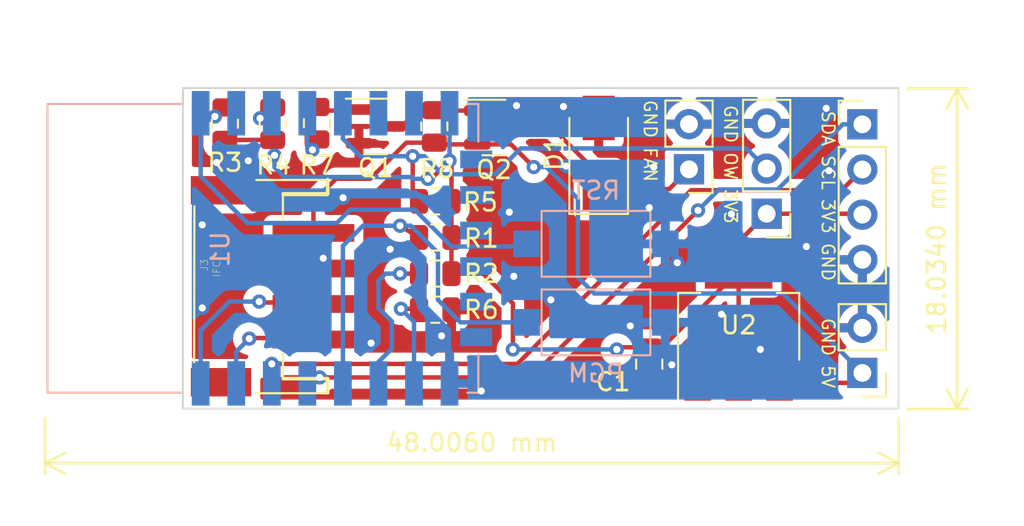
<source format=kicad_pcb>
(kicad_pcb (version 20211014) (generator pcbnew)
  (layers (0 "F.Cu" signal) (31 "B.Cu" signal) (34 "B.Paste" user) (35 "F.Paste" user) (36 "B.SilkS" user "B.Silkscreen") (37 "F.SilkS" user "F.Silkscreen") (38 "B.Mask" user) (39 "F.Mask" user) (44 "Edge.Cuts" user))
  (net 0 "")
  (net 1 "/3V3")
  (net 2 "GND")
  (net 3 "/FAN+")
  (net 4 "/5V")
  (net 5 "/ONEWIRE")
  (net 6 "/SDA")
  (net 7 "/SCL")
  (net 8 "Net-(Q1-Pad1)")
  (net 9 "Net-(Q1-Pad3)")
  (net 10 "/BTN")
  (net 11 "/GPIO2")
  (net 12 "/RST")
  (net 13 "/EN")
  (net 14 "/GPIO15")
  (net 15 "/FAN")
  (net 25 "/TX")
  (net 26 "/RX")
  (footprint "Resistor_SMD:R_0805_2012Metric" (layer "F.Cu") (at 55.3212 45.8216 -90)
    (fp_text reference "R3" (at 2.1844 0 180) (layer "F.SilkS"))
    (fp_text value "10k")
    (fp_line (start -0.227064 0.735) (end 0.227064 0.735) (layer "F.SilkS") (width 0.12))
    (fp_line (start -0.227064 -0.735) (end 0.227064 -0.735) (layer "F.SilkS") (width 0.12))
    (pad "1" smd roundrect (at -0.9125 0 270) (size 1.025 1.4) (layers "F.Cu" "F.Paste" "F.Mask") (roundrect_rratio 0.243902439) (net 12 "/RST"))
    (pad "2" smd roundrect (at 0.9125 0 270) (size 1.025 1.4) (layers "F.Cu" "F.Paste" "F.Mask") (roundrect_rratio 0.243902439) (net 1 "/3V3"))
  )
  (footprint "Resistor_SMD:R_0805_2012Metric" (layer "F.Cu") (at 58.0136 45.8216 -90)
    (fp_text reference "R4" (at 2.3368 -0.0508 180) (layer "F.SilkS"))
    (fp_text value "10k")
    (fp_line (start -0.227064 -0.735) (end 0.227064 -0.735) (layer "F.SilkS") (width 0.12))
    (fp_line (start -0.227064 0.735) (end 0.227064 0.735) (layer "F.SilkS") (width 0.12))
    (pad "1" smd roundrect (at -0.9125 0 270) (size 1.025 1.4) (layers "F.Cu" "F.Paste" "F.Mask") (roundrect_rratio 0.243902439) (net 13 "/EN"))
    (pad "2" smd roundrect (at 0.9125 0 270) (size 1.025 1.4) (layers "F.Cu" "F.Paste" "F.Mask") (roundrect_rratio 0.243902439) (net 1 "/3V3"))
  )
  (footprint "Connector_PinHeader_2.54mm:PinHeader_1x02_P2.54mm_Vertical" (layer "F.Cu") (at 81.4324 48.387 180)
    (fp_text reference "J2" hide)
    (fp_text value "FAN")
    (fp_line (start -1.33 1.27) (end -1.33 3.87) (layer "F.SilkS") (width 0.12))
    (fp_line (start -1.33 3.87) (end 1.33 3.87) (layer "F.SilkS") (width 0.12))
    (fp_line (start -1.33 -1.33) (end 0 -1.33) (layer "F.SilkS") (width 0.12))
    (fp_line (start -1.33 0) (end -1.33 -1.33) (layer "F.SilkS") (width 0.12))
    (fp_line (start -1.33 1.27) (end 1.33 1.27) (layer "F.SilkS") (width 0.12))
    (fp_line (start 1.33 1.27) (end 1.33 3.87) (layer "F.SilkS") (width 0.12))
    (pad "1" thru_hole rect (at 0 0 180) (size 1.7 1.7) (drill 1) (layers *.Cu *.Mask) (net 3 "/FAN+"))
    (pad "2" thru_hole oval (at 0 2.54 180) (size 1.7 1.7) (drill 1) (layers *.Cu *.Mask) (net 2 "GND"))
  )
  (footprint "Resistor_SMD:R_0805_2012Metric" (layer "F.Cu") (at 67.1595 52.2224)
    (fp_text reference "R1" (at 2.5889 0.0508) (layer "F.SilkS"))
    (fp_text value "10k")
    (fp_line (start -0.227064 -0.735) (end 0.227064 -0.735) (layer "F.SilkS") (width 0.12))
    (fp_line (start -0.227064 0.735) (end 0.227064 0.735) (layer "F.SilkS") (width 0.12))
    (pad "1" smd roundrect (at -0.9125 0) (size 1.025 1.4) (layers "F.Cu" "F.Paste" "F.Mask") (roundrect_rratio 0.243902439) (net 10 "/BTN"))
    (pad "2" smd roundrect (at 0.9125 0) (size 1.025 1.4) (layers "F.Cu" "F.Paste" "F.Mask") (roundrect_rratio 0.243902439) (net 1 "/3V3"))
  )
  (footprint "Resistor_SMD:R_0805_2012Metric" (layer "F.Cu") (at 67.1576 54.2544)
    (fp_text reference "R2" (at 2.5908 0) (layer "F.SilkS"))
    (fp_text value "10k")
    (fp_line (start -0.227064 0.735) (end 0.227064 0.735) (layer "F.SilkS") (width 0.12))
    (fp_line (start -0.227064 -0.735) (end 0.227064 -0.735) (layer "F.SilkS") (width 0.12))
    (pad "1" smd roundrect (at -0.9125 0) (size 1.025 1.4) (layers "F.Cu" "F.Paste" "F.Mask") (roundrect_rratio 0.243902439) (net 11 "/GPIO2"))
    (pad "2" smd roundrect (at 0.9125 0) (size 1.025 1.4) (layers "F.Cu" "F.Paste" "F.Mask") (roundrect_rratio 0.243902439) (net 1 "/3V3"))
  )
  (footprint "Resistor_SMD:R_0805_2012Metric" (layer "F.Cu") (at 67.1595 50.1904)
    (fp_text reference "R5" (at 2.5381 0.0508) (layer "F.SilkS"))
    (fp_text value "4k7")
    (fp_line (start -0.227064 -0.735) (end 0.227064 -0.735) (layer "F.SilkS") (width 0.12))
    (fp_line (start -0.227064 0.735) (end 0.227064 0.735) (layer "F.SilkS") (width 0.12))
    (pad "1" smd roundrect (at -0.9125 0) (size 1.025 1.4) (layers "F.Cu" "F.Paste" "F.Mask") (roundrect_rratio 0.243902439) (net 5 "/ONEWIRE"))
    (pad "2" smd roundrect (at 0.9125 0) (size 1.025 1.4) (layers "F.Cu" "F.Paste" "F.Mask") (roundrect_rratio 0.243902439) (net 1 "/3V3"))
  )
  (footprint "Resistor_SMD:R_0805_2012Metric" (layer "F.Cu") (at 60.5028 45.7943 -90)
    (fp_text reference "R7" (at 2.3641 0 180) (layer "F.SilkS"))
    (fp_text value "10k")
    (fp_line (start -0.227064 -0.735) (end 0.227064 -0.735) (layer "F.SilkS") (width 0.12))
    (fp_line (start -0.227064 0.735) (end 0.227064 0.735) (layer "F.SilkS") (width 0.12))
    (pad "1" smd roundrect (at -0.9125 0 270) (size 1.025 1.4) (layers "F.Cu" "F.Paste" "F.Mask") (roundrect_rratio 0.243902439) (net 8 "Net-(Q1-Pad1)"))
    (pad "2" smd roundrect (at 0.9125 0 270) (size 1.025 1.4) (layers "F.Cu" "F.Paste" "F.Mask") (roundrect_rratio 0.243902439) (net 15 "/FAN"))
  )
  (footprint "Diode_SMD:D_SMA" (layer "F.Cu") (at 76.3524 47.498 90)
    (fp_text reference "D1" (at 0 -2.5 90) (layer "F.SilkS"))
    (fp_text value "1N5819")
    (fp_line (start -3.4 1.65) (end 2 1.65) (layer "F.SilkS") (width 0.12))
    (fp_line (start -3.4 -1.65) (end 2 -1.65) (layer "F.SilkS") (width 0.12))
    (fp_line (start -3.4 -1.65) (end -3.4 1.65) (layer "F.SilkS") (width 0.12))
    (pad "1" smd rect (at -2 0 90) (size 2.5 1.8) (layers "F.Cu" "F.Paste" "F.Mask") (net 3 "/FAN+"))
    (pad "2" smd rect (at 2 0 90) (size 2.5 1.8) (layers "F.Cu" "F.Paste" "F.Mask") (net 2 "GND"))
  )
  (footprint "Package_TO_SOT_SMD:SOT-23" (layer "F.Cu") (at 70.4573 46.035)
    (fp_text reference "Q2" (at 0.0023 2.3774 180) (layer "F.SilkS"))
    (fp_text value "AO3401A")
    (fp_line (start 0 -1.56) (end -1.675 -1.56) (layer "F.SilkS") (width 0.12))
    (fp_line (start 0 1.56) (end -0.65 1.56) (layer "F.SilkS") (width 0.12))
    (fp_line (start 0 1.56) (end 0.65 1.56) (layer "F.SilkS") (width 0.12))
    (fp_line (start 0 -1.56) (end 0.65 -1.56) (layer "F.SilkS") (width 0.12))
    (pad "1" smd roundrect (at -0.9375 -0.95) (size 1.475 0.6) (layers "F.Cu" "F.Paste" "F.Mask") (net 9 "Net-(Q1-Pad3)"))
    (pad "2" smd roundrect (at -0.9375 0.95) (size 1.475 0.6) (layers "F.Cu" "F.Paste" "F.Mask") (net 4 "/5V"))
    (pad "3" smd roundrect (at 0.9375 0) (size 1.475 0.6) (layers "F.Cu" "F.Paste" "F.Mask") (net 3 "/FAN+"))
  )
  (footprint "Connector_PinHeader_2.54mm:PinHeader_1x02_P2.54mm_Vertical" (layer "F.Cu") (at 91.186 59.8424 180)
    (fp_text reference "J5" hide)
    (fp_text value "5V")
    (fp_line (start -1.33 0) (end -1.33 -1.33) (layer "F.SilkS") (width 0.12))
    (fp_line (start -1.33 1.27) (end 1.33 1.27) (layer "F.SilkS") (width 0.12))
    (fp_line (start -1.33 -1.33) (end 0 -1.33) (layer "F.SilkS") (width 0.12))
    (fp_line (start -1.33 3.87) (end 1.33 3.87) (layer "F.SilkS") (width 0.12))
    (fp_line (start -1.33 1.27) (end -1.33 3.87) (layer "F.SilkS") (width 0.12))
    (fp_line (start 1.33 1.27) (end 1.33 3.87) (layer "F.SilkS") (width 0.12))
    (pad "1" thru_hole rect (at 0 0 180) (size 1.7 1.7) (drill 1) (layers *.Cu *.Mask) (net 4 "/5V"))
    (pad "2" thru_hole oval (at 0 2.54 180) (size 1.7 1.7) (drill 1) (layers *.Cu *.Mask) (net 2 "GND"))
  )
  (footprint "Resistor_SMD:R_0805_2012Metric" (layer "F.Cu") (at 67.1068 45.974 -90)
    (fp_text reference "R8" (at 2.3876 -0.1524 180) (layer "F.SilkS"))
    (fp_text value "10k")
    (fp_line (start -0.227064 0.735) (end 0.227064 0.735) (layer "F.SilkS") (width 0.12))
    (fp_line (start -0.227064 -0.735) (end 0.227064 -0.735) (layer "F.SilkS") (width 0.12))
    (pad "1" smd roundrect (at -0.9125 0 270) (size 1.025 1.4) (layers "F.Cu" "F.Paste" "F.Mask") (roundrect_rratio 0.243902439) (net 9 "Net-(Q1-Pad3)"))
    (pad "2" smd roundrect (at 0.9125 0 270) (size 1.025 1.4) (layers "F.Cu" "F.Paste" "F.Mask") (roundrect_rratio 0.243902439) (net 4 "/5V"))
  )
  (footprint "Connector_PinHeader_2.54mm:PinHeader_1x03_P2.54mm_Vertical" (layer "F.Cu") (at 85.8012 50.8866 180)
    (fp_text reference "J4" hide)
    (fp_text value "O-Wire")
    (fp_line (start -1.33 0) (end -1.33 -1.33) (layer "F.SilkS") (width 0.12))
    (fp_line (start 1.33 1.27) (end 1.33 6.41) (layer "F.SilkS") (width 0.12))
    (fp_line (start -1.33 1.27) (end -1.33 6.41) (layer "F.SilkS") (width 0.12))
    (fp_line (start -1.33 -1.33) (end 0 -1.33) (layer "F.SilkS") (width 0.12))
    (fp_line (start -1.33 1.27) (end 1.33 1.27) (layer "F.SilkS") (width 0.12))
    (fp_line (start -1.33 6.41) (end 1.33 6.41) (layer "F.SilkS") (width 0.12))
    (pad "1" thru_hole rect (at 0 0 180) (size 1.7 1.7) (drill 1) (layers *.Cu *.Mask) (net 1 "/3V3"))
    (pad "2" thru_hole oval (at 0 2.54 180) (size 1.7 1.7) (drill 1) (layers *.Cu *.Mask) (net 5 "/ONEWIRE"))
    (pad "3" thru_hole oval (at 0 5.08 180) (size 1.7 1.7) (drill 1) (layers *.Cu *.Mask) (net 2 "GND"))
  )
  (footprint "Connector_PinHeader_2.54mm:PinHeader_1x04_P2.54mm_Vertical" (layer "F.Cu") (at 91.186 45.857)
    (fp_text reference "J1" hide)
    (fp_text value "DSP")
    (fp_line (start -1.33 1.27) (end 1.33 1.27) (layer "F.SilkS") (width 0.12))
    (fp_line (start -1.33 1.27) (end -1.33 8.95) (layer "F.SilkS") (width 0.12))
    (fp_line (start -1.33 8.95) (end 1.33 8.95) (layer "F.SilkS") (width 0.12))
    (fp_line (start -1.33 -1.33) (end 0 -1.33) (layer "F.SilkS") (width 0.12))
    (fp_line (start -1.33 0) (end -1.33 -1.33) (layer "F.SilkS") (width 0.12))
    (fp_line (start 1.33 1.27) (end 1.33 8.95) (layer "F.SilkS") (width 0.12))
    (pad "1" thru_hole rect (at 0 0) (size 1.7 1.7) (drill 1) (layers *.Cu *.Mask) (net 6 "/SDA"))
    (pad "2" thru_hole oval (at 0 2.54) (size 1.7 1.7) (drill 1) (layers *.Cu *.Mask) (net 7 "/SCL"))
    (pad "3" thru_hole oval (at 0 5.08) (size 1.7 1.7) (drill 1) (layers *.Cu *.Mask) (net 1 "/3V3"))
    (pad "4" thru_hole oval (at 0 7.62) (size 1.7 1.7) (drill 1) (layers *.Cu *.Mask) (net 2 "GND"))
  )
  (footprint "Package_TO_SOT_SMD:SOT-23" (layer "F.Cu") (at 63.8048 45.974)
    (fp_text reference "Q1" (at 0 2.3368 180) (layer "F.SilkS"))
    (fp_text value "BC847")
    (fp_line (start 0 -1.56) (end 0.65 -1.56) (layer "F.SilkS") (width 0.12))
    (fp_line (start 0 1.56) (end 0.65 1.56) (layer "F.SilkS") (width 0.12))
    (fp_line (start 0 1.56) (end -0.65 1.56) (layer "F.SilkS") (width 0.12))
    (fp_line (start 0 -1.56) (end -1.675 -1.56) (layer "F.SilkS") (width 0.12))
    (pad "1" smd roundrect (at -0.9375 -0.95) (size 1.475 0.6) (layers "F.Cu" "F.Paste" "F.Mask") (net 8 "Net-(Q1-Pad1)"))
    (pad "2" smd roundrect (at -0.9375 0.95) (size 1.475 0.6) (layers "F.Cu" "F.Paste" "F.Mask") (net 2 "GND"))
    (pad "3" smd roundrect (at 0.9375 0) (size 1.475 0.6) (layers "F.Cu" "F.Paste" "F.Mask") (net 9 "Net-(Q1-Pad3)"))
  )
  (footprint "kicad_parts:JSTPH4" (layer "F.Cu") (at 57.6072 54.9656 90)
    (fp_text reference "J3" (at 1.1844 -3.4417 90) (layer "F.SilkS") (effects (font (size 0.4064 0.4064) (thickness 0.0254))))
    (fp_text value "IFC" (at 0.9812 -2.7432 90) (layer "F.SilkS") (effects (font (size 0.4064 0.4064) (thickness 0.0254))))
    (fp_line (start -6.01904 -0.51562) (end -6.01904 3.4798) (layer "F.SilkS") (width 0.127))
    (fp_line (start -5.16814 0.98044) (end -3.74828 0.98044) (layer "F.SilkS") (width 0.127))
    (fp_line (start 5.9784 3.4798) (end 5.9784 -0.51562) (layer "F.SilkS") (width 0.127))
    (fp_line (start -6.01904 3.4798) (end -5.16814 3.4798) (layer "F.SilkS") (width 0.127))
    (fp_line (start 5.19862 3.49758) (end 5.19862 0.99822) (layer "F.SilkS") (width 0.2032))
    (fp_line (start -5.19862 0.99822) (end -5.19862 3.49758) (layer "F.SilkS") (width 0.2032))
    (fp_line (start 5.99872 3.49758) (end 5.19862 3.49758) (layer "F.SilkS") (width 0.2032))
    (fp_line (start 5.1275 3.4798) (end 5.9784 3.4798) (layer "F.SilkS") (width 0.127))
    (fp_line (start 4.5 -4) (end -4.26898 -4.01574) (layer "F.SilkS") (width 0.127))
    (fp_line (start 5.1275 0.98044) (end 5.1275 3.4798) (layer "F.SilkS") (width 0.127))
    (fp_line (start -5.16814 3.4798) (end -5.16814 0.98044) (layer "F.SilkS") (width 0.127))
    (fp_line (start 3.72796 0.98044) (end 5.1275 0.98044) (layer "F.SilkS") (width 0.127))
    (fp_line (start -5.19862 3.49758) (end -5.99872 3.49758) (layer "F.SilkS") (width 0.2032))
    (pad "1" smd rect locked (at -2.99898 2.69748 90) (size 0.99822 4.59994) (layers "F.Cu" "F.Paste" "F.Mask") (net 25 "/TX"))
    (pad "2" smd rect locked (at -1 2.69748 90) (size 0.99822 4.59994) (layers "F.Cu" "F.Paste" "F.Mask") (net 26 "/RX"))
    (pad "3" smd rect locked (at 0.99898 2.69748 90) (size 0.99822 4.59994) (layers "F.Cu" "F.Paste" "F.Mask") (net 2 "GND"))
    (pad "4" smd rect locked (at 3 2.69748 90) (size 0.99822 4.59994) (layers "F.Cu" "F.Paste" "F.Mask") (net 4 "/5V"))
    (pad "NC1" smd rect locked (at -5.39928 -2.49936 180) (size 3.39852 1.59766) (layers "F.Cu" "F.Paste" "F.Mask"))
    (pad "NC2" smd rect locked (at 5.39928 -2.49936 180) (size 3.39852 1.59766) (layers "F.Cu" "F.Paste" "F.Mask"))
  )
  (footprint "Capacitor_SMD:C_0805_2012Metric" (layer "F.Cu") (at 79.1972 59.3496 -90)
    (fp_text reference "C1" (at 1.0008 2.032 180) (layer "F.SilkS"))
    (fp_text value "100nF")
    (fp_line (start -0.261252 0.735) (end 0.261252 0.735) (layer "F.SilkS") (width 0.12))
    (fp_line (start -0.261252 -0.735) (end 0.261252 -0.735) (layer "F.SilkS") (width 0.12))
    (pad "1" smd roundrect (at -0.95 0 270) (size 1 1.45) (layers "F.Cu" "F.Paste" "F.Mask") (net 1 "/3V3"))
    (pad "2" smd roundrect (at 0.95 0 270) (size 1 1.45) (layers "F.Cu" "F.Paste" "F.Mask") (net 2 "GND"))
  )
  (footprint "Package_TO_SOT_SMD:SOT-223-3_TabPin2" (layer "F.Cu") (at 84.2264 57.2512 90)
    (fp_text reference "U2" (at 0.1012 0 180) (layer "F.SilkS"))
    (fp_text value "AMS1117-3.3")
    (fp_line (start -1.85 3.41) (end 1.91 3.41) (layer "F.SilkS") (width 0.12))
    (fp_line (start -4.1 -3.41) (end 1.91 -3.41) (layer "F.SilkS") (width 0.12))
    (fp_line (start 1.91 -3.41) (end 1.91 -2.15) (layer "F.SilkS") (width 0.12))
    (fp_line (start 1.91 3.41) (end 1.91 2.15) (layer "F.SilkS") (width 0.12))
    (pad "1" smd rect (at -3.15 -2.3 90) (size 2 1.5) (layers "F.Cu" "F.Paste" "F.Mask") (net 2 "GND"))
    (pad "2" smd rect (at -3.15 0 90) (size 2 1.5) (layers "F.Cu" "F.Paste" "F.Mask") (net 1 "/3V3"))
    (pad "2" smd rect (at 3.15 0 90) (size 2 3.8) (layers "F.Cu" "F.Paste" "F.Mask") (net 1 "/3V3"))
    (pad "3" smd rect (at -3.15 2.3 90) (size 2 1.5) (layers "F.Cu" "F.Paste" "F.Mask") (net 4 "/5V"))
  )
  (footprint "Resistor_SMD:R_0805_2012Metric" (layer "F.Cu") (at 67.1576 56.2864)
    (fp_text reference "R6" (at 2.5908 0) (layer "F.SilkS"))
    (fp_text value "10k")
    (fp_line (start -0.227064 0.735) (end 0.227064 0.735) (layer "F.SilkS") (width 0.12))
    (fp_line (start -0.227064 -0.735) (end 0.227064 -0.735) (layer "F.SilkS") (width 0.12))
    (pad "1" smd roundrect (at -0.9125 0) (size 1.025 1.4) (layers "F.Cu" "F.Paste" "F.Mask") (roundrect_rratio 0.243902439) (net 14 "/GPIO15"))
    (pad "2" smd roundrect (at 0.9125 0) (size 1.025 1.4) (layers "F.Cu" "F.Paste" "F.Mask") (roundrect_rratio 0.243902439) (net 2 "GND"))
  )
  (footprint "Button_Switch_SMD:SW_SPST_CK_RS282G05A3" (layer "B.Cu") (at 76.2 56.9976)
    (fp_text reference "SW2" hide)
    (fp_text value "PGM" (at 0 2.8702) (layer "B.SilkS") (effects (justify mirror)))
    (fp_line (start 3.06 -1.85) (end -3.06 -1.85) (layer "B.SilkS") (width 0.12))
    (fp_line (start -3.06 -1.85) (end -3.06 1.85) (layer "B.SilkS") (width 0.12))
    (fp_line (start -3.06 1.85) (end 3.06 1.85) (layer "B.SilkS") (width 0.12))
    (fp_line (start 3.06 1.85) (end 3.06 -1.85) (layer "B.SilkS") (width 0.12))
    (pad "1" smd rect (at -3.9 0) (size 1.5 1.5) (layers "B.Cu" "B.Paste" "B.Mask") (net 10 "/BTN"))
    (pad "2" smd rect (at 3.9 0) (size 1.5 1.5) (layers "B.Cu" "B.Paste" "B.Mask") (net 2 "GND"))
  )
  (footprint "RF_Module:ESP-12E" (layer "B.Cu") (at 57.462 52.832 -90)
    (fp_text reference "U1" (at 0.0508 2.3948 90) (layer "B.SilkS") (effects (justify mirror)))
    (fp_text value "ESP-12F")
    (fp_line (start -8.12 12.12) (end 8.12 12.12) (layer "B.SilkS") (width 0.12))
    (fp_line (start -8.12 -12.12) (end -8.12 -11.5) (layer "B.SilkS") (width 0.12))
    (fp_line (start -6 -12.12) (end -8.12 -12.12) (layer "B.SilkS") (width 0.12))
    (fp_line (start 8.12 12.12) (end 8.12 4.5) (layer "B.SilkS") (width 0.12))
    (fp_line (start -8.12 4.5) (end -8.73 4.5) (layer "B.SilkS") (width 0.12))
    (fp_line (start 8.12 -11.5) (end 8.12 -12.12) (layer "B.SilkS") (width 0.12))
    (fp_line (start -8.12 4.5) (end -8.12 12.12) (layer "B.SilkS") (width 0.12))
    (fp_line (start 8.12 -12.12) (end 6 -12.12) (layer "B.SilkS") (width 0.12))
    (pad "1" smd rect locked (at -7.6 3.5 270) (size 2.5 1) (layers "B.Cu" "B.Paste" "B.Mask") (net 12 "/RST"))
    (pad "2" smd rect locked (at -7.6 1.5 270) (size 2.5 1) (layers "B.Cu" "B.Paste" "B.Mask"))
    (pad "3" smd rect locked (at -7.6 -0.5 270) (size 2.5 1) (layers "B.Cu" "B.Paste" "B.Mask") (net 13 "/EN"))
    (pad "4" smd rect locked (at -7.6 -2.5 270) (size 2.5 1) (layers "B.Cu" "B.Paste" "B.Mask") (net 15 "/FAN"))
    (pad "5" smd rect locked (at -7.6 -4.5 270) (size 2.5 1) (layers "B.Cu" "B.Paste" "B.Mask") (net 5 "/ONEWIRE"))
    (pad "6" smd rect locked (at -7.6 -6.5 270) (size 2.5 1) (layers "B.Cu" "B.Paste" "B.Mask"))
    (pad "7" smd rect locked (at -7.6 -8.5 270) (size 2.5 1) (layers "B.Cu" "B.Paste" "B.Mask"))
    (pad "8" smd rect locked (at -7.6 -10.5 270) (size 2.5 1) (layers "B.Cu" "B.Paste" "B.Mask") (net 1 "/3V3"))
    (pad "9" smd rect locked (at -5 -12 270) (size 1 1.8) (layers "B.Cu" "B.Paste" "B.Mask"))
    (pad "10" smd rect locked (at -3 -12 270) (size 1 1.8) (layers "B.Cu" "B.Paste" "B.Mask"))
    (pad "11" smd rect locked (at -1 -12 270) (size 1 1.8) (layers "B.Cu" "B.Paste" "B.Mask"))
    (pad "12" smd rect locked (at 1 -12 270) (size 1 1.8) (layers "B.Cu" "B.Paste" "B.Mask"))
    (pad "13" smd rect locked (at 3 -12 270) (size 1 1.8) (layers "B.Cu" "B.Paste" "B.Mask"))
    (pad "14" smd rect locked (at 5 -12 270) (size 1 1.8) (layers "B.Cu" "B.Paste" "B.Mask"))
    (pad "15" smd rect locked (at 7.6 -10.5 270) (size 2.5 1) (layers "B.Cu" "B.Paste" "B.Mask") (net 2 "GND"))
    (pad "16" smd rect locked (at 7.6 -8.5 270) (size 2.5 1) (layers "B.Cu" "B.Paste" "B.Mask") (net 14 "/GPIO15"))
    (pad "17" smd rect locked (at 7.6 -6.5 270) (size 2.5 1) (layers "B.Cu" "B.Paste" "B.Mask") (net 11 "/GPIO2"))
    (pad "18" smd rect locked (at 7.6 -4.5 270) (size 2.5 1) (layers "B.Cu" "B.Paste" "B.Mask") (net 10 "/BTN"))
    (pad "19" smd rect locked (at 7.6 -2.5 270) (size 2.5 1) (layers "B.Cu" "B.Paste" "B.Mask") (net 6 "/SDA"))
    (pad "20" smd rect locked (at 7.6 -0.5 270) (size 2.5 1) (layers "B.Cu" "B.Paste" "B.Mask") (net 7 "/SCL"))
    (pad "21" smd rect locked (at 7.6 1.5 270) (size 2.5 1) (layers "B.Cu" "B.Paste" "B.Mask") (net 25 "/TX"))
    (pad "22" smd rect locked (at 7.6 3.5 270) (size 2.5 1) (layers "B.Cu" "B.Paste" "B.Mask") (net 26 "/RX"))
    (zone (net 0) (net_name "") (layers *.Cu) (connect_pads (clearance 0)) (min_thickness 0.254)
      (keepout (tracks not_allowed) (vias not_allowed) (pads not_allowed) (copperpour not_allowed) (footprints not_allowed))
      (fill (thermal_gap 0.508) (thermal_bridge_width 0.508))
      (polygon (pts (xy 52.662 44.712) (xy 52.662 60.952) (xy 45.342 60.952) (xy 45.342 44.712)))
    )
  )
  (footprint "Button_Switch_SMD:SW_SPST_CK_RS282G05A3" (layer "B.Cu") (at 76.2 52.578)
    (fp_text reference "SW1" hide)
    (fp_text value "RST" (at 0 -3) (layer "B.SilkS") (effects (justify mirror)))
    (fp_line (start 3.06 -1.85) (end -3.06 -1.85) (layer "B.SilkS") (width 0.12))
    (fp_line (start -3.06 1.85) (end 3.06 1.85) (layer "B.SilkS") (width 0.12))
    (fp_line (start -3.06 -1.85) (end -3.06 1.85) (layer "B.SilkS") (width 0.12))
    (fp_line (start 3.06 1.85) (end 3.06 -1.85) (layer "B.SilkS") (width 0.12))
    (pad "1" smd rect (at -3.9 0) (size 1.5 1.5) (layers "B.Cu" "B.Paste" "B.Mask") (net 12 "/RST"))
    (pad "2" smd rect (at 3.9 0) (size 1.5 1.5) (layers "B.Cu" "B.Paste" "B.Mask") (net 2 "GND"))
  )
  (gr_line (start 52.959 61.849) (end 52.959 43.815) (layer "Edge.Cuts") (width 0.1))
  (gr_line (start 93.218 43.815) (end 93.218 61.849) (layer "Edge.Cuts") (width 0.1))
  (gr_line (start 52.959 43.815) (end 93.218 43.815) (layer "Edge.Cuts") (width 0.1))
  (gr_line (start 93.218 61.849) (end 52.959 61.849) (layer "Edge.Cuts") (width 0.1))
  (gr_text "GND 5V" (at 89.2556 58.7248 -90) (layer "F.SilkS") (effects (font (size 0.7 0.7) (thickness 0.1))))
  (gr_text "SDA SCL 3V3 GND" (at 89.2556 49.8856 -90) (layer "F.SilkS") (effects (font (size 0.7 0.7) (thickness 0.1))))
  (gr_text "GND FAN" (at 79.248 46.7868 -90) (layer "F.SilkS") (effects (font (size 0.7 0.7) (thickness 0.1))))
  (gr_text "GND OW 3V3" (at 83.7692 48.1076 -90) (layer "F.SilkS") (effects (font (size 0.7 0.7) (thickness 0.1))))
  (dimension (type aligned) (layer "F.SilkS") (pts (xy 93.218 61.8744) (xy 45.212 61.8744)) (height -3.048) (gr_text "48.0060 mm" (at 69.215 63.7724) (layer "F.SilkS") (effects (font (size 1 1) (thickness 0.15)))) (format (units 3) (units_format 1) (precision 4)) (style (thickness 0.15) (arrow_length 1.27) (text_position_mode 0) (extension_height 0.58642) (extension_offset 0.5) keep_text_aligned))
  (dimension (type aligned) (layer "F.SilkS") (pts (xy 93.218 61.8744) (xy 93.218 43.8404)) (height 3.302) (gr_text "18.0340 mm" (at 95.37 52.8574 90) (layer "F.SilkS") (effects (font (size 1 1) (thickness 0.15)))) (format (units 3) (units_format 1) (precision 4)) (style (thickness 0.15) (arrow_length 1.27) (text_position_mode 0) (extension_height 0.58642) (extension_offset 0.5) keep_text_aligned))
  (segment (start 58.1152 47.3964) (end 58.1152 46.8357) (width 0.25) (layer "F.Cu") (net 1))
  (segment (start 68.072 50.1904) (end 68.072 48.004864) (width 0.25) (layer "F.Cu") (net 1))
  (segment (start 79.1972 58.3996) (end 77.4904 58.3996) (width 0.25) (layer "F.Cu") (net 1))
  (segment (start 55.3212 46.7341) (end 58.0136 46.7341) (width 0.25) (layer "F.Cu") (net 1))
  (segment (start 79.928 58.3996) (end 84.2264 54.1012) (width 0.25) (layer "F.Cu") (net 1))
  (segment (start 68.0212 50.1396) (end 68.072 50.1904) (width 0.25) (layer "F.Cu") (net 1))
  (segment (start 91.1356 50.8866) (end 91.186 50.937) (width 0.25) (layer "F.Cu") (net 1))
  (segment (start 71.5264 58.5216) (end 71.5264 55.9308) (width 0.25) (layer "F.Cu") (net 1))
  (segment (start 85.8012 50.8866) (end 91.1356 50.8866) (width 0.25) (layer "F.Cu") (net 1))
  (segment (start 84.2264 52.4614) (end 85.8012 50.8866) (width 0.25) (layer "F.Cu") (net 1))
  (segment (start 77.4904 58.3996) (end 77.3684 58.5216) (width 0.25) (layer "F.Cu") (net 1))
  (segment (start 79.1972 58.3996) (end 79.928 58.3996) (width 0.25) (layer "F.Cu") (net 1))
  (segment (start 84.2264 54.1012) (end 84.2264 52.4614) (width 0.25) (layer "F.Cu") (net 1))
  (segment (start 71.5264 55.9308) (end 69.85 54.2544) (width 0.25) (layer "F.Cu") (net 1))
  (segment (start 69.85 54.2544) (end 68.0701 54.2544) (width 0.25) (layer "F.Cu") (net 1))
  (segment (start 68.072 48.004864) (end 67.9625 47.895364) (width 0.25) (layer "F.Cu") (net 1))
  (segment (start 58.1152 46.8357) (end 58.0136 46.7341) (width 0.25) (layer "F.Cu") (net 1))
  (segment (start 68.0701 49.7351) (end 68.0701 54.6608) (width 0.25) (layer "F.Cu") (net 1))
  (segment (start 66.743054 48.923636) (end 66.934228 48.923636) (width 0.25) (layer "F.Cu") (net 1))
  (segment (start 84.2264 60.4012) (end 84.2264 54.1012) (width 0.25) (layer "F.Cu") (net 1))
  (segment (start 66.934228 48.923636) (end 67.9625 47.895364) (width 0.25) (layer "F.Cu") (net 1))
  (via (at 77.3684 58.5216) (size 0.8) (drill 0.4) (layers "F.Cu" "B.Cu") (net 1))
  (via (at 71.5264 58.5216) (size 0.8) (drill 0.4) (layers "F.Cu" "B.Cu") (net 1))
  (via (at 67.9625 47.895364) (size 0.8) (drill 0.4) (layers "F.Cu" "B.Cu") (net 1))
  (via (at 66.743054 48.923636) (size 0.8) (drill 0.4) (layers "F.Cu" "B.Cu") (net 1))
  (via (at 58.1152 47.5996) (size 0.8) (drill 0.4) (layers "F.Cu" "B.Cu") (net 1))
  (segment (start 65.941636 48.923636) (end 65.841452 48.823452) (width 0.25) (layer "B.Cu") (net 1))
  (segment (start 58.669348 48.823452) (end 58.1152 48.269305) (width 0.25) (layer "B.Cu") (net 1))
  (segment (start 58.1152 48.269305) (end 58.1152 47.5996) (width 0.25) (layer "B.Cu") (net 1))
  (segment (start 67.962 45.232) (end 67.962 47.862) (width 0.25) (layer "B.Cu") (net 1))
  (segment (start 77.3684 58.5216) (end 71.5264 58.5216) (width 0.25) (layer "B.Cu") (net 1))
  (segment (start 66.743054 48.923636) (end 65.941636 48.923636) (width 0.25) (layer "B.Cu") (net 1))
  (segment (start 65.841452 48.823452) (end 58.669348 48.823452) (width 0.25) (layer "B.Cu") (net 1))
  (segment (start 60.8584 53.4129) (end 60.30468 53.96662) (width 0.25) (layer "F.Cu") (net 2))
  (segment (start 79.2988 60.4012) (end 81.9264 60.4012) (width 0.25) (layer "F.Cu") (net 2))
  (segment (start 79.1972 60.2996) (end 79.2988 60.4012) (width 0.25) (layer "F.Cu") (net 2))
  (segment (start 60.8584 53.3908) (end 60.8584 53.4129) (width 0.25) (layer "F.Cu") (net 2))
  (via (at 89.3064 48.4632) (size 0.8) (drill 0.4) (layers "F.Cu" "B.Cu") (net 2))
  (via (at 88.0364 52.7304) (size 0.8) (drill 0.4) (layers "F.Cu" "B.Cu") (net 2))
  (via (at 64.6176 52.8828) (size 0.8) (drill 0.4) (layers "F.Cu" "B.Cu") (net 2))
  (via (at 78.1304 57.2008) (size 0.8) (drill 0.4) (layers "F.Cu" "B.Cu") (net 2))
  (via (at 54.864 48.006) (size 0.8) (drill 0.4) (layers "F.Cu" "B.Cu") (net 2))
  (via (at 54.0512 56.1848) (size 0.8) (drill 0.4) (layers "F.Cu" "B.Cu") (net 2))
  (via (at 56.642 47.9044) (size 0.8) (drill 0.4) (layers "F.Cu" "B.Cu") (net 2))
  (via (at 67.5132 57.7596) (size 0.8) (drill 0.4) (layers "F.Cu" "B.Cu") (net 2))
  (via (at 63.5508 58.166) (size 0.8) (drill 0.4) (layers "F.Cu" "B.Cu") (net 2))
  (via (at 83.82 50.9016) (size 0.8) (drill 0.4) (layers "F.Cu" "B.Cu") (net 2))
  (via (at 89.154 44.958) (size 0.8) (drill 0.4) (layers "F.Cu" "B.Cu") (net 2))
  (via (at 85.4456 58.5216) (size 0.8) (drill 0.4) (layers "F.Cu" "B.Cu") (net 2))
  (via (at 71.5772 54.4068) (size 0.8) (drill 0.4) (layers "F.Cu" "B.Cu") (net 2))
  (via (at 79.4512 48.26) (size 0.8) (drill 0.4) (layers "F.Cu" "B.Cu") (net 2))
  (via (at 80.772 53.6448) (size 0.8) (drill 0.4) (layers "F.Cu" "B.Cu") (net 2))
  (via (at 71.3232 50.8) (size 0.8) (drill 0.4) (layers "F.Cu" "B.Cu") (net 2))
  (via (at 80.4672 59.3852) (size 0.8) (drill 0.4) (layers "F.Cu" "B.Cu") (net 2))
  (via (at 60.8584 53.3908) (size 0.8) (drill 0.4) (layers "F.Cu" "B.Cu") (net 2))
  (via (at 79.1972 50.546) (size 0.8) (drill 0.4) (layers "F.Cu" "B.Cu") (net 2))
  (via (at 61.976 49.9872) (size 0.8) (drill 0.4) (layers "F.Cu" "B.Cu") (net 2))
  (via (at 73.66 55.7276) (size 0.8) (drill 0.4) (layers "F.Cu" "B.Cu") (net 2))
  (via (at 69.7484 60.8584) (size 0.8) (drill 0.4) (layers "F.Cu" "B.Cu") (net 2))
  (via (at 74.5236 48.2092) (size 0.8) (drill 0.4) (layers "F.Cu" "B.Cu") (net 2))
  (via (at 74.3712 44.8564) (size 0.8) (drill 0.4) (layers "F.Cu" "B.Cu") (net 2))
  (via (at 54.0512 51.5112) (size 0.8) (drill 0.4) (layers "F.Cu" "B.Cu") (net 2))
  (via (at 83.2612 56.5404) (size 0.8) (drill 0.4) (layers "F.Cu" "B.Cu") (net 2))
  (via (at 71.7296 44.8056) (size 0.8) (drill 0.4) (layers "F.Cu" "B.Cu") (net 2))
  (segment (start 77.343 49.498) (end 77.184 49.498) (width 0.25) (layer "F.Cu") (net 3))
  (segment (start 80.3214 49.498) (end 81.4324 48.387) (width 0.25) (layer "F.Cu") (net 3))
  (segment (start 77.184 49.498) (end 73.721 46.035) (width 0.25) (layer "F.Cu") (net 3))
  (segment (start 77.343 49.498) (end 80.3214 49.498) (width 0.25) (layer "F.Cu") (net 3))
  (segment (start 73.721 46.035) (end 71.3948 46.035) (width 0.25) (layer "F.Cu") (net 3))
  (segment (start 86.5264 60.4012) (end 90.6272 60.4012) (width 0.25) (layer "F.Cu") (net 4))
  (segment (start 69.5198 46.985) (end 67.2053 46.985) (width 0.25) (layer "F.Cu") (net 4))
  (segment (start 61.57976 48.9204) (end 60.30468 50.19548) (width 0.25) (layer "F.Cu") (net 4))
  (segment (start 65.5339 46.8865) (end 63.5 48.9204) (width 0.25) (layer "F.Cu") (net 4))
  (segment (start 90.6272 60.4012) (end 91.186 59.8424) (width 0.25) (layer "F.Cu") (net 4))
  (segment (start 60.30468 50.19548) (end 60.30468 51.9656) (width 0.25) (layer "F.Cu") (net 4))
  (segment (start 71.4198 46.985) (end 72.6948 48.26) (width 0.25) (layer "F.Cu") (net 4))
  (segment (start 67.1068 46.8865) (end 65.5339 46.8865) (width 0.25) (layer "F.Cu") (net 4))
  (segment (start 63.5 48.9204) (end 61.57976 48.9204) (width 0.25) (layer "F.Cu") (net 4))
  (segment (start 69.5198 46.985) (end 71.4198 46.985) (width 0.25) (layer "F.Cu") (net 4))
  (segment (start 67.2053 46.985) (end 67.1068 46.8865) (width 0.25) (layer "F.Cu") (net 4))
  (via (at 72.6948 48.26) (size 0.8) (drill 0.4) (layers "F.Cu" "B.Cu") (net 4))
  (segment (start 75.184 54.4576) (end 76.0984 55.372) (width 0.25) (layer "B.Cu") (net 4))
  (segment (start 73.406 48.26) (end 75.184 50.038) (width 0.25) (layer "B.Cu") (net 4))
  (segment (start 72.6948 48.26) (end 73.406 48.26) (width 0.25) (layer "B.Cu") (net 4))
  (segment (start 86.7156 55.372) (end 91.186 59.8424) (width 0.25) (layer "B.Cu") (net 4))
  (segment (start 76.0984 55.372) (end 86.7156 55.372) (width 0.25) (layer "B.Cu") (net 4))
  (segment (start 75.184 50.038) (end 75.184 54.4576) (width 0.25) (layer "B.Cu") (net 4))
  (segment (start 65.8876 49.831) (end 66.247 50.1904) (width 0.25) (layer "F.Cu") (net 5))
  (segment (start 65.8876 47.6504) (end 65.8876 49.831) (width 0.25) (layer "F.Cu") (net 5))
  (via (at 65.8876 47.6504) (size 0.8) (drill 0.4) (layers "F.Cu" "B.Cu") (net 5))
  (segment (start 65.8876 47.6504) (end 62.9412 47.6504) (width 0.25) (layer "B.Cu") (net 5))
  (segment (start 70.5104 48.6664) (end 71.9648 47.212) (width 0.25) (layer "B.Cu") (net 5))
  (segment (start 67.564 48.6664) (end 70.5104 48.6664) (width 0.25) (layer "B.Cu") (net 5))
  (segment (start 65.8876 47.6504) (end 66.548 47.6504) (width 0.25) (layer "B.Cu") (net 5))
  (segment (start 71.9648 47.212) (end 83.6864 47.212) (width 0.25) (layer "B.Cu") (net 5))
  (segment (start 62.9412 47.6504) (end 61.962 46.6712) (width 0.25) (layer "B.Cu") (net 5))
  (segment (start 66.548 47.6504) (end 67.564 48.6664) (width 0.25) (layer "B.Cu") (net 5))
  (segment (start 61.962 46.6712) (end 61.962 45.232) (width 0.25) (layer "B.Cu") (net 5))
  (segment (start 84.6666 47.212) (end 83.6864 47.212) (width 0.25) (layer "B.Cu") (net 5))
  (segment (start 85.8012 48.3466) (end 84.6666 47.212) (width 0.25) (layer "B.Cu") (net 5))
  (segment (start 72.5424 60.0964) (end 60.6552 60.0964) (width 0.25) (layer "F.Cu") (net 6))
  (segment (start 81.9404 50.6984) (end 72.5424 60.0964) (width 0.25) (layer "F.Cu") (net 6))
  (via (at 60.6552 60.0964) (size 0.8) (drill 0.4) (layers "F.Cu" "B.Cu") (net 6))
  (via (at 81.9404 50.6984) (size 0.8) (drill 0.4) (layers "F.Cu" "B.Cu") (net 6))
  (segment (start 83.1172 49.5216) (end 86.4214 49.5216) (width 0.25) (layer "B.Cu") (net 6))
  (segment (start 90.086 45.857) (end 91.186 45.857) (width 0.25) (layer "B.Cu") (net 6))
  (segment (start 81.9404 50.6984) (end 83.1172 49.5216) (width 0.25) (layer "B.Cu") (net 6))
  (segment (start 86.4214 49.5216) (end 90.086 45.857) (width 0.25) (layer "B.Cu") (net 6))
  (segment (start 59.962 60.432) (end 60.3196 60.432) (width 0.25) (layer "B.Cu") (net 6))
  (segment (start 60.3196 60.432) (end 60.6552 60.0964) (width 0.25) (layer "B.Cu") (net 6))
  (segment (start 71.7804 59.3344) (end 81.5528 49.562) (width 0.25) (layer "F.Cu") (net 7))
  (segment (start 57.9628 59.3344) (end 71.7804 59.3344) (width 0.25) (layer "F.Cu") (net 7))
  (segment (start 81.5528 49.562) (end 90.021 49.562) (width 0.25) (layer "F.Cu") (net 7))
  (segment (start 90.021 49.562) (end 91.186 48.397) (width 0.25) (layer "F.Cu") (net 7))
  (via (at 57.9628 59.3344) (size 0.8) (drill 0.4) (layers "F.Cu" "B.Cu") (net 7))
  (segment (start 57.962 59.3352) (end 57.9628 59.3344) (width 0.25) (layer "B.Cu") (net 7))
  (segment (start 57.962 60.432) (end 57.962 59.3352) (width 0.25) (layer "B.Cu") (net 7))
  (segment (start 62.8063 45.085) (end 62.8673 45.024) (width 0.25) (layer "F.Cu") (net 8))
  (segment (start 60.5028 45.085) (end 62.8063 45.085) (width 0.25) (layer "F.Cu") (net 8))
  (segment (start 66.1905 45.0615) (end 67.1068 45.0615) (width 0.25) (layer "F.Cu") (net 9))
  (segment (start 64.7423 45.974) (end 65.278 45.974) (width 0.25) (layer "F.Cu") (net 9))
  (segment (start 67.1303 45.085) (end 67.1068 45.0615) (width 0.25) (layer "F.Cu") (net 9))
  (segment (start 69.5198 45.085) (end 67.1303 45.085) (width 0.25) (layer "F.Cu") (net 9))
  (segment (start 65.278 45.974) (end 66.1905 45.0615) (width 0.25) (layer "F.Cu") (net 9))
  (segment (start 65.1764 51.562) (end 66.247 52.2224) (width 0.25) (layer "F.Cu") (net 10))
  (via (at 65.1764 51.562) (size 0.8) (drill 0.4) (layers "F.Cu" "B.Cu") (net 10))
  (segment (start 65.786 51.562) (end 67.31 53.086) (width 0.25) (layer "B.Cu") (net 10))
  (segment (start 72.3 56.9976) (end 68.5776 56.9976) (width 0.25) (layer "B.Cu") (net 10))
  (segment (start 61.962 52.6936) (end 63.0936 51.562) (width 0.25) (layer "B.Cu") (net 10))
  (segment (start 61.962 60.432) (end 61.962 52.6936) (width 0.25) (layer "B.Cu") (net 10))
  (segment (start 65.1764 51.562) (end 65.786 51.562) (width 0.25) (layer "B.Cu") (net 10))
  (segment (start 65.1764 51.562) (end 63.0936 51.562) (width 0.25) (layer "B.Cu") (net 10))
  (segment (start 68.5776 56.9976) (end 67.31 55.73) (width 0.25) (layer "B.Cu") (net 10))
  (segment (start 67.31 53.086) (end 67.31 55.73) (width 0.25) (layer "B.Cu") (net 10))
  (segment (start 65.1764 54.2544) (end 66.2451 54.2544) (width 0.25) (layer "F.Cu") (net 11))
  (via (at 65.1764 54.2544) (size 0.8) (drill 0.4) (layers "F.Cu" "B.Cu") (net 11))
  (segment (start 64.7192 58.4708) (end 64.7192 56.9468) (width 0.25) (layer "B.Cu") (net 11))
  (segment (start 63.962 59.228) (end 64.7192 58.4708) (width 0.25) (layer "B.Cu") (net 11))
  (segment (start 63.962 60.432) (end 63.962 59.228) (width 0.25) (layer "B.Cu") (net 11))
  (segment (start 63.962 54.656) (end 64.3636 54.2544) (width 0.25) (layer "B.Cu") (net 11))
  (segment (start 63.962 56.1896) (end 63.962 54.656) (width 0.25) (layer "B.Cu") (net 11))
  (segment (start 64.7192 56.9468) (end 63.962 56.1896) (width 0.25) (layer "B.Cu") (net 11))
  (segment (start 64.3636 54.2544) (end 65.1764 54.2544) (width 0.25) (layer "B.Cu") (net 11))
  (segment (start 54.8151 45.4152) (end 55.3212 44.9091) (width 0.25) (layer "F.Cu") (net 12))
  (segment (start 54.7624 45.4152) (end 54.8151 45.4152) (width 0.25) (layer "F.Cu") (net 12))
  (via (at 54.7624 45.4152) (size 0.8) (drill 0.4) (layers "F.Cu" "B.Cu") (net 12))
  (segment (start 65.9986 50.657) (end 68.072 52.7304) (width 0.25) (layer "B.Cu") (net 12))
  (segment (start 54.376 45.232) (end 54.7624 45.6184) (width 0.25) (layer "B.Cu") (net 12))
  (segment (start 53.962 45.232) (end 54.376 45.232) (width 0.25) (layer "B.Cu") (net 12))
  (segment (start 56.5912 51.4096) (end 61.6204 51.4096) (width 0.25) (layer "B.Cu") (net 12))
  (segment (start 72.1476 52.7304) (end 72.3 52.578) (width 0.25) (layer "B.Cu") (net 12))
  (segment (start 53.962 48.7804) (end 56.5912 51.4096) (width 0.25) (layer "B.Cu") (net 12))
  (segment (start 61.6204 51.4096) (end 62.373 50.657) (width 0.25) (layer "B.Cu") (net 12))
  (segment (start 68.072 52.7304) (end 72.1476 52.7304) (width 0.25) (layer "B.Cu") (net 12))
  (segment (start 62.373 50.657) (end 65.9986 50.657) (width 0.25) (layer "B.Cu") (net 12))
  (segment (start 53.962 45.232) (end 53.962 48.7804) (width 0.25) (layer "B.Cu") (net 12))
  (segment (start 57.4059 45.5168) (end 58.0136 44.9091) (width 0.25) (layer "F.Cu") (net 13))
  (segment (start 57.3024 45.5168) (end 57.4059 45.5168) (width 0.25) (layer "F.Cu") (net 13))
  (via (at 57.3024 45.5168) (size 0.8) (drill 0.4) (layers "F.Cu" "B.Cu") (net 13))
  (segment (start 57.962 45.232) (end 57.7904 45.232) (width 0.25) (layer "B.Cu") (net 13))
  (segment (start 57.7904 45.232) (end 57.3024 45.72) (width 0.25) (layer "B.Cu") (net 13))
  (segment (start 65.2272 56.2356) (end 66.2959 56.2356) (width 0.25) (layer "F.Cu") (net 14))
  (via (at 65.2272 56.2356) (size 0.8) (drill 0.4) (layers "F.Cu" "B.Cu") (net 14))
  (segment (start 65.962 60.432) (end 65.962 56.9704) (width 0.25) (layer "B.Cu") (net 14))
  (segment (start 65.962 56.9704) (end 65.2272 56.2356) (width 0.25) (layer "B.Cu") (net 14))
  (segment (start 60.2488 46.9608) (end 60.5028 46.7068) (width 0.25) (layer "F.Cu") (net 15))
  (segment (start 60.2488 47.2948) (end 60.2488 46.9608) (width 0.25) (layer "F.Cu") (net 15))
  (via (at 60.2488 47.2948) (size 0.8) (drill 0.4) (layers "F.Cu" "B.Cu") (net 15))
  (segment (start 59.962 45.232) (end 59.962 47.2112) (width 0.25) (layer "B.Cu") (net 15))
  (segment (start 59.962 47.2112) (end 60.2488 47.498) (width 0.25) (layer "B.Cu") (net 15))
  (segment (start 56.72582 57.87898) (end 60.3504 57.87898) (width 0.25) (layer "F.Cu") (net 25))
  (segment (start 56.6928 57.912) (end 56.72582 57.87898) (width 0.25) (layer "F.Cu") (net 25))
  (via (at 56.6928 57.912) (size 0.8) (drill 0.4) (layers "F.Cu" "B.Cu") (net 25))
  (segment (start 55.962 58.6428) (end 56.6928 57.912) (width 0.25) (layer "B.Cu") (net 25))
  (segment (start 55.962 60.432) (end 55.962 58.6428) (width 0.25) (layer "B.Cu") (net 25))
  (segment (start 57.2516 55.8292) (end 57.3024 55.88) (width 0.25) (layer "F.Cu") (net 26))
  (segment (start 57.3024 55.88) (end 60.3504 55.88) (width 0.25) (layer "F.Cu") (net 26))
  (via (at 57.2516 55.8292) (size 0.8) (drill 0.4) (layers "F.Cu" "B.Cu") (net 26))
  (segment (start 55.4736 55.9308) (end 55.5752 55.8292) (width 0.25) (layer "B.Cu") (net 26))
  (segment (start 53.962 60.432) (end 53.962 57.4424) (width 0.25) (layer "B.Cu") (net 26))
  (segment (start 55.5752 55.8292) (end 57.2516 55.8292) (width 0.25) (layer "B.Cu") (net 26))
  (segment (start 53.962 57.4424) (end 55.4736 55.9308) (width 0.25) (layer "B.Cu") (net 26))
  (zone (net 2) (net_name "GND") (layer "F.Cu") (connect_pads (clearance 0.508)) (min_thickness 0.254) (fill yes (thermal_gap 0.508) (thermal_bridge_width 0.508))
    (polygon (pts (xy 94.361 67.564) (xy 42.672 65.278) (xy 43.434 39.243) (xy 95.377 38.862)))
  )
  (zone (net 2) (net_name "GND") (layer "B.Cu") (connect_pads (clearance 0.508)) (min_thickness 0.254) (fill yes (thermal_gap 0.508) (thermal_bridge_width 0.508))
    (polygon (pts (xy 95.378068 68.471623) (xy 43.689068 66.185623) (xy 44.451068 40.150623) (xy 96.394068 39.769623)))
  )
)
</source>
